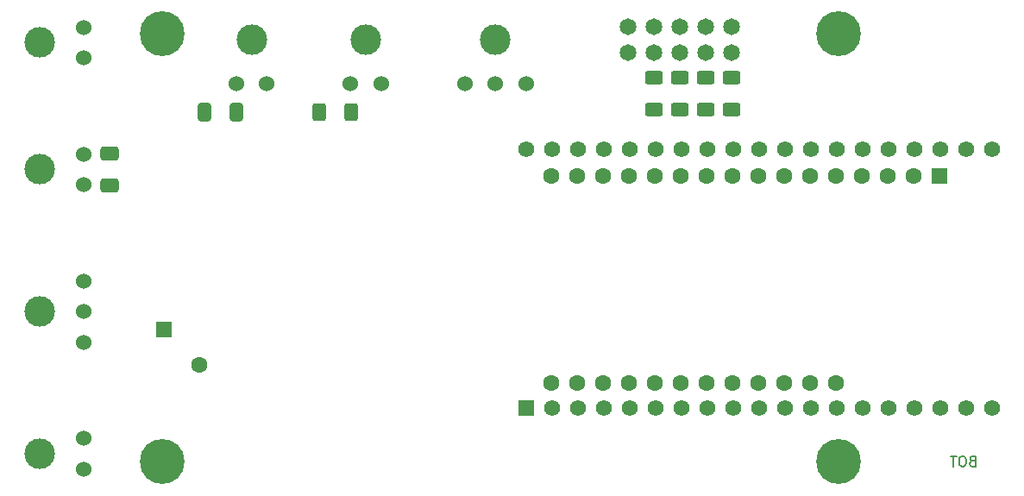
<source format=gbr>
%TF.GenerationSoftware,KiCad,Pcbnew,(6.0.5)*%
%TF.CreationDate,2022-09-13T16:11:19+02:00*%
%TF.ProjectId,Pixelix,50697865-6c69-4782-9e6b-696361645f70,V2.0*%
%TF.SameCoordinates,PX6052340PY72894a0*%
%TF.FileFunction,Soldermask,Bot*%
%TF.FilePolarity,Negative*%
%FSLAX46Y46*%
G04 Gerber Fmt 4.6, Leading zero omitted, Abs format (unit mm)*
G04 Created by KiCad (PCBNEW (6.0.5)) date 2022-09-13 16:11:19*
%MOMM*%
%LPD*%
G01*
G04 APERTURE LIST*
G04 Aperture macros list*
%AMRoundRect*
0 Rectangle with rounded corners*
0 $1 Rounding radius*
0 $2 $3 $4 $5 $6 $7 $8 $9 X,Y pos of 4 corners*
0 Add a 4 corners polygon primitive as box body*
4,1,4,$2,$3,$4,$5,$6,$7,$8,$9,$2,$3,0*
0 Add four circle primitives for the rounded corners*
1,1,$1+$1,$2,$3*
1,1,$1+$1,$4,$5*
1,1,$1+$1,$6,$7*
1,1,$1+$1,$8,$9*
0 Add four rect primitives between the rounded corners*
20,1,$1+$1,$2,$3,$4,$5,0*
20,1,$1+$1,$4,$5,$6,$7,0*
20,1,$1+$1,$6,$7,$8,$9,0*
20,1,$1+$1,$8,$9,$2,$3,0*%
G04 Aperture macros list end*
%ADD10C,0.150000*%
%ADD11C,3.000000*%
%ADD12C,1.530000*%
%ADD13R,1.600000X1.600000*%
%ADD14C,1.600000*%
%ADD15C,0.700000*%
%ADD16C,4.400000*%
%ADD17C,1.650000*%
%ADD18R,1.560000X1.560000*%
%ADD19C,1.560000*%
%ADD20RoundRect,0.250000X-0.625000X0.400000X-0.625000X-0.400000X0.625000X-0.400000X0.625000X0.400000X0*%
%ADD21RoundRect,0.250000X0.650000X-0.412500X0.650000X0.412500X-0.650000X0.412500X-0.650000X-0.412500X0*%
%ADD22RoundRect,0.250000X0.412500X0.650000X-0.412500X0.650000X-0.412500X-0.650000X0.412500X-0.650000X0*%
%ADD23RoundRect,0.250000X0.400000X0.625000X-0.400000X0.625000X-0.400000X-0.625000X0.400000X-0.625000X0*%
G04 APERTURE END LIST*
D10*
X96133333Y4071429D02*
X95990476Y4023810D01*
X95942857Y3976191D01*
X95895238Y3880953D01*
X95895238Y3738096D01*
X95942857Y3642858D01*
X95990476Y3595239D01*
X96085714Y3547620D01*
X96466666Y3547620D01*
X96466666Y4547620D01*
X96133333Y4547620D01*
X96038095Y4500000D01*
X95990476Y4452381D01*
X95942857Y4357143D01*
X95942857Y4261905D01*
X95990476Y4166667D01*
X96038095Y4119048D01*
X96133333Y4071429D01*
X96466666Y4071429D01*
X95276190Y4547620D02*
X95085714Y4547620D01*
X94990476Y4500000D01*
X94895238Y4404762D01*
X94847619Y4214286D01*
X94847619Y3880953D01*
X94895238Y3690477D01*
X94990476Y3595239D01*
X95085714Y3547620D01*
X95276190Y3547620D01*
X95371428Y3595239D01*
X95466666Y3690477D01*
X95514285Y3880953D01*
X95514285Y4214286D01*
X95466666Y4404762D01*
X95371428Y4500000D01*
X95276190Y4547620D01*
X94561904Y4547620D02*
X93990476Y4547620D01*
X94276190Y3547620D02*
X94276190Y4547620D01*
D11*
%TO.C,J7*%
X49330000Y45400000D03*
D12*
X46330000Y41080000D03*
X49330000Y41080000D03*
X52330000Y41080000D03*
%TD*%
D11*
%TO.C,J1*%
X36615000Y45400000D03*
D12*
X35115000Y41080000D03*
X38115000Y41080000D03*
%TD*%
D11*
%TO.C,J8*%
X25400000Y45400000D03*
D12*
X23900000Y41080000D03*
X26900000Y41080000D03*
%TD*%
D13*
%TO.C,C2*%
X16800000Y16987500D03*
D14*
X20300000Y13487500D03*
%TD*%
D15*
%TO.C,H1*%
X14950000Y4000000D03*
X18250000Y4000000D03*
X15433274Y2833274D03*
X17766726Y5166726D03*
D16*
X16600000Y4000000D03*
D15*
X15433274Y5166726D03*
X17766726Y2833274D03*
X16600000Y2350000D03*
X16600000Y5650000D03*
%TD*%
%TO.C,H4*%
X83000000Y47650000D03*
X81833274Y47166726D03*
X84650000Y46000000D03*
X83000000Y44350000D03*
X81833274Y44833274D03*
D16*
X83000000Y46000000D03*
D15*
X84166726Y44833274D03*
X84166726Y47166726D03*
X81350000Y46000000D03*
%TD*%
D14*
%TO.C,A1*%
X82740000Y11732500D03*
X80200000Y11732500D03*
X77660000Y11732500D03*
X75120000Y11732500D03*
X72580000Y11732500D03*
X70040000Y11732500D03*
X67500000Y11732500D03*
X64960000Y11732500D03*
X62420000Y11732500D03*
X59880000Y11732500D03*
X57340000Y11732500D03*
X54800000Y11732500D03*
X54800000Y32052500D03*
X57340000Y32052500D03*
X59880000Y32052500D03*
X62420000Y32052500D03*
X64960000Y32052500D03*
X67500000Y32052500D03*
X70040000Y32052500D03*
X72580000Y32052500D03*
X75120000Y32052500D03*
X77660000Y32052500D03*
X80200000Y32052500D03*
X82740000Y32052500D03*
X85280000Y32052500D03*
X87820000Y32052500D03*
X90360000Y32052500D03*
D13*
X92900000Y32052500D03*
%TD*%
D15*
%TO.C,H3*%
X16600000Y47650000D03*
X15433274Y44833274D03*
X14950000Y46000000D03*
D16*
X16600000Y46000000D03*
D15*
X17766726Y47166726D03*
X18250000Y46000000D03*
X17766726Y44833274D03*
X16600000Y44350000D03*
X15433274Y47166726D03*
%TD*%
D17*
%TO.C,J5*%
X72480000Y46720000D03*
X72480000Y44180000D03*
X69940000Y46720000D03*
X69940000Y44180000D03*
X67400000Y46720000D03*
X67400000Y44180000D03*
X64860000Y46720000D03*
X64860000Y44180000D03*
X62320000Y46720000D03*
X62320000Y44180000D03*
%TD*%
D11*
%TO.C,J2*%
X4600000Y4800000D03*
D12*
X8920000Y3300000D03*
X8920000Y6300000D03*
%TD*%
D11*
%TO.C,J4*%
X4600000Y32700000D03*
D12*
X8920000Y31200000D03*
X8920000Y34200000D03*
%TD*%
D15*
%TO.C,H2*%
X81350000Y4000000D03*
X81833274Y2833274D03*
X83000000Y2350000D03*
X83000000Y5650000D03*
X81833274Y5166726D03*
D16*
X83000000Y4000000D03*
D15*
X84650000Y4000000D03*
X84166726Y2833274D03*
X84166726Y5166726D03*
%TD*%
D11*
%TO.C,J3*%
X4600000Y18750000D03*
D12*
X8920000Y15750000D03*
X8920000Y18750000D03*
X8920000Y21750000D03*
%TD*%
D18*
%TO.C,U1*%
X52340000Y9300000D03*
D19*
X54880000Y9300000D03*
X57420000Y9300000D03*
X59960000Y9300000D03*
X62500000Y9300000D03*
X65040000Y9300000D03*
X67580000Y9300000D03*
X70120000Y9300000D03*
X72660000Y9300000D03*
X75200000Y9300000D03*
X77740000Y9300000D03*
X80280000Y9300000D03*
X82820000Y9300000D03*
X85360000Y9300000D03*
X87900000Y9300000D03*
X90440000Y9300000D03*
X92980000Y9300000D03*
X95520000Y9300000D03*
X98060000Y9300000D03*
X52340000Y34700000D03*
X54880000Y34700000D03*
X57420000Y34700000D03*
X59960000Y34700000D03*
X62500000Y34700000D03*
X65040000Y34700000D03*
X67580000Y34700000D03*
X70120000Y34700000D03*
X72660000Y34700000D03*
X75200000Y34700000D03*
X77740000Y34700000D03*
X80280000Y34700000D03*
X82820000Y34700000D03*
X85360000Y34700000D03*
X87900000Y34700000D03*
X90440000Y34700000D03*
X92980000Y34700000D03*
X95520000Y34700000D03*
X98060000Y34700000D03*
%TD*%
D11*
%TO.C,J6*%
X4600000Y45150000D03*
D12*
X8920000Y43650000D03*
X8920000Y46650000D03*
%TD*%
D20*
%TO.C,R6*%
X69933332Y41700000D03*
X69933332Y38600000D03*
%TD*%
D21*
%TO.C,C3*%
X11500000Y31087500D03*
X11500000Y34212500D03*
%TD*%
D20*
%TO.C,R5*%
X72470000Y41700000D03*
X72470000Y38600000D03*
%TD*%
%TO.C,R8*%
X64860000Y41700000D03*
X64860000Y38600000D03*
%TD*%
%TO.C,R7*%
X67396666Y41700000D03*
X67396666Y38600000D03*
%TD*%
D22*
%TO.C,C4*%
X23887500Y38350000D03*
X20762500Y38350000D03*
%TD*%
D23*
%TO.C,R2*%
X35150000Y38350000D03*
X32050000Y38350000D03*
%TD*%
M02*

</source>
